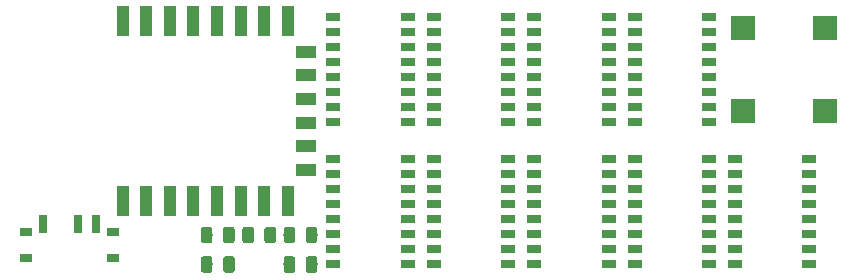
<source format=gbr>
G04 #@! TF.GenerationSoftware,KiCad,Pcbnew,(5.1.0-0)*
G04 #@! TF.CreationDate,2020-08-21T20:36:15-04:00*
G04 #@! TF.ProjectId,Rick Flash,5269636b-2046-46c6-9173-682e6b696361,1.1*
G04 #@! TF.SameCoordinates,Original*
G04 #@! TF.FileFunction,Paste,Top*
G04 #@! TF.FilePolarity,Positive*
%FSLAX46Y46*%
G04 Gerber Fmt 4.6, Leading zero omitted, Abs format (unit mm)*
G04 Created by KiCad (PCBNEW (5.1.0-0)) date 2020-08-21 20:36:15*
%MOMM*%
%LPD*%
G04 APERTURE LIST*
%ADD10C,0.100000*%
%ADD11C,0.975000*%
%ADD12R,1.300000X0.800000*%
%ADD13R,1.000000X2.500000*%
%ADD14R,1.800000X1.000000*%
%ADD15R,1.000000X0.800000*%
%ADD16R,0.700000X1.500000*%
%ADD17R,2.000000X2.000000*%
G04 APERTURE END LIST*
D10*
G36*
X138767142Y-106801174D02*
G01*
X138790803Y-106804684D01*
X138814007Y-106810496D01*
X138836529Y-106818554D01*
X138858153Y-106828782D01*
X138878670Y-106841079D01*
X138897883Y-106855329D01*
X138915607Y-106871393D01*
X138931671Y-106889117D01*
X138945921Y-106908330D01*
X138958218Y-106928847D01*
X138968446Y-106950471D01*
X138976504Y-106972993D01*
X138982316Y-106996197D01*
X138985826Y-107019858D01*
X138987000Y-107043750D01*
X138987000Y-107956250D01*
X138985826Y-107980142D01*
X138982316Y-108003803D01*
X138976504Y-108027007D01*
X138968446Y-108049529D01*
X138958218Y-108071153D01*
X138945921Y-108091670D01*
X138931671Y-108110883D01*
X138915607Y-108128607D01*
X138897883Y-108144671D01*
X138878670Y-108158921D01*
X138858153Y-108171218D01*
X138836529Y-108181446D01*
X138814007Y-108189504D01*
X138790803Y-108195316D01*
X138767142Y-108198826D01*
X138743250Y-108200000D01*
X138255750Y-108200000D01*
X138231858Y-108198826D01*
X138208197Y-108195316D01*
X138184993Y-108189504D01*
X138162471Y-108181446D01*
X138140847Y-108171218D01*
X138120330Y-108158921D01*
X138101117Y-108144671D01*
X138083393Y-108128607D01*
X138067329Y-108110883D01*
X138053079Y-108091670D01*
X138040782Y-108071153D01*
X138030554Y-108049529D01*
X138022496Y-108027007D01*
X138016684Y-108003803D01*
X138013174Y-107980142D01*
X138012000Y-107956250D01*
X138012000Y-107043750D01*
X138013174Y-107019858D01*
X138016684Y-106996197D01*
X138022496Y-106972993D01*
X138030554Y-106950471D01*
X138040782Y-106928847D01*
X138053079Y-106908330D01*
X138067329Y-106889117D01*
X138083393Y-106871393D01*
X138101117Y-106855329D01*
X138120330Y-106841079D01*
X138140847Y-106828782D01*
X138162471Y-106818554D01*
X138184993Y-106810496D01*
X138208197Y-106804684D01*
X138231858Y-106801174D01*
X138255750Y-106800000D01*
X138743250Y-106800000D01*
X138767142Y-106801174D01*
X138767142Y-106801174D01*
G37*
D11*
X138499500Y-107500000D03*
D10*
G36*
X136892142Y-106801174D02*
G01*
X136915803Y-106804684D01*
X136939007Y-106810496D01*
X136961529Y-106818554D01*
X136983153Y-106828782D01*
X137003670Y-106841079D01*
X137022883Y-106855329D01*
X137040607Y-106871393D01*
X137056671Y-106889117D01*
X137070921Y-106908330D01*
X137083218Y-106928847D01*
X137093446Y-106950471D01*
X137101504Y-106972993D01*
X137107316Y-106996197D01*
X137110826Y-107019858D01*
X137112000Y-107043750D01*
X137112000Y-107956250D01*
X137110826Y-107980142D01*
X137107316Y-108003803D01*
X137101504Y-108027007D01*
X137093446Y-108049529D01*
X137083218Y-108071153D01*
X137070921Y-108091670D01*
X137056671Y-108110883D01*
X137040607Y-108128607D01*
X137022883Y-108144671D01*
X137003670Y-108158921D01*
X136983153Y-108171218D01*
X136961529Y-108181446D01*
X136939007Y-108189504D01*
X136915803Y-108195316D01*
X136892142Y-108198826D01*
X136868250Y-108200000D01*
X136380750Y-108200000D01*
X136356858Y-108198826D01*
X136333197Y-108195316D01*
X136309993Y-108189504D01*
X136287471Y-108181446D01*
X136265847Y-108171218D01*
X136245330Y-108158921D01*
X136226117Y-108144671D01*
X136208393Y-108128607D01*
X136192329Y-108110883D01*
X136178079Y-108091670D01*
X136165782Y-108071153D01*
X136155554Y-108049529D01*
X136147496Y-108027007D01*
X136141684Y-108003803D01*
X136138174Y-107980142D01*
X136137000Y-107956250D01*
X136137000Y-107043750D01*
X136138174Y-107019858D01*
X136141684Y-106996197D01*
X136147496Y-106972993D01*
X136155554Y-106950471D01*
X136165782Y-106928847D01*
X136178079Y-106908330D01*
X136192329Y-106889117D01*
X136208393Y-106871393D01*
X136226117Y-106855329D01*
X136245330Y-106841079D01*
X136265847Y-106828782D01*
X136287471Y-106818554D01*
X136309993Y-106810496D01*
X136333197Y-106804684D01*
X136356858Y-106801174D01*
X136380750Y-106800000D01*
X136868250Y-106800000D01*
X136892142Y-106801174D01*
X136892142Y-106801174D01*
G37*
D11*
X136624500Y-107500000D03*
D10*
G36*
X145767142Y-104301174D02*
G01*
X145790803Y-104304684D01*
X145814007Y-104310496D01*
X145836529Y-104318554D01*
X145858153Y-104328782D01*
X145878670Y-104341079D01*
X145897883Y-104355329D01*
X145915607Y-104371393D01*
X145931671Y-104389117D01*
X145945921Y-104408330D01*
X145958218Y-104428847D01*
X145968446Y-104450471D01*
X145976504Y-104472993D01*
X145982316Y-104496197D01*
X145985826Y-104519858D01*
X145987000Y-104543750D01*
X145987000Y-105456250D01*
X145985826Y-105480142D01*
X145982316Y-105503803D01*
X145976504Y-105527007D01*
X145968446Y-105549529D01*
X145958218Y-105571153D01*
X145945921Y-105591670D01*
X145931671Y-105610883D01*
X145915607Y-105628607D01*
X145897883Y-105644671D01*
X145878670Y-105658921D01*
X145858153Y-105671218D01*
X145836529Y-105681446D01*
X145814007Y-105689504D01*
X145790803Y-105695316D01*
X145767142Y-105698826D01*
X145743250Y-105700000D01*
X145255750Y-105700000D01*
X145231858Y-105698826D01*
X145208197Y-105695316D01*
X145184993Y-105689504D01*
X145162471Y-105681446D01*
X145140847Y-105671218D01*
X145120330Y-105658921D01*
X145101117Y-105644671D01*
X145083393Y-105628607D01*
X145067329Y-105610883D01*
X145053079Y-105591670D01*
X145040782Y-105571153D01*
X145030554Y-105549529D01*
X145022496Y-105527007D01*
X145016684Y-105503803D01*
X145013174Y-105480142D01*
X145012000Y-105456250D01*
X145012000Y-104543750D01*
X145013174Y-104519858D01*
X145016684Y-104496197D01*
X145022496Y-104472993D01*
X145030554Y-104450471D01*
X145040782Y-104428847D01*
X145053079Y-104408330D01*
X145067329Y-104389117D01*
X145083393Y-104371393D01*
X145101117Y-104355329D01*
X145120330Y-104341079D01*
X145140847Y-104328782D01*
X145162471Y-104318554D01*
X145184993Y-104310496D01*
X145208197Y-104304684D01*
X145231858Y-104301174D01*
X145255750Y-104300000D01*
X145743250Y-104300000D01*
X145767142Y-104301174D01*
X145767142Y-104301174D01*
G37*
D11*
X145499500Y-105000000D03*
D10*
G36*
X143892142Y-104301174D02*
G01*
X143915803Y-104304684D01*
X143939007Y-104310496D01*
X143961529Y-104318554D01*
X143983153Y-104328782D01*
X144003670Y-104341079D01*
X144022883Y-104355329D01*
X144040607Y-104371393D01*
X144056671Y-104389117D01*
X144070921Y-104408330D01*
X144083218Y-104428847D01*
X144093446Y-104450471D01*
X144101504Y-104472993D01*
X144107316Y-104496197D01*
X144110826Y-104519858D01*
X144112000Y-104543750D01*
X144112000Y-105456250D01*
X144110826Y-105480142D01*
X144107316Y-105503803D01*
X144101504Y-105527007D01*
X144093446Y-105549529D01*
X144083218Y-105571153D01*
X144070921Y-105591670D01*
X144056671Y-105610883D01*
X144040607Y-105628607D01*
X144022883Y-105644671D01*
X144003670Y-105658921D01*
X143983153Y-105671218D01*
X143961529Y-105681446D01*
X143939007Y-105689504D01*
X143915803Y-105695316D01*
X143892142Y-105698826D01*
X143868250Y-105700000D01*
X143380750Y-105700000D01*
X143356858Y-105698826D01*
X143333197Y-105695316D01*
X143309993Y-105689504D01*
X143287471Y-105681446D01*
X143265847Y-105671218D01*
X143245330Y-105658921D01*
X143226117Y-105644671D01*
X143208393Y-105628607D01*
X143192329Y-105610883D01*
X143178079Y-105591670D01*
X143165782Y-105571153D01*
X143155554Y-105549529D01*
X143147496Y-105527007D01*
X143141684Y-105503803D01*
X143138174Y-105480142D01*
X143137000Y-105456250D01*
X143137000Y-104543750D01*
X143138174Y-104519858D01*
X143141684Y-104496197D01*
X143147496Y-104472993D01*
X143155554Y-104450471D01*
X143165782Y-104428847D01*
X143178079Y-104408330D01*
X143192329Y-104389117D01*
X143208393Y-104371393D01*
X143226117Y-104355329D01*
X143245330Y-104341079D01*
X143265847Y-104328782D01*
X143287471Y-104318554D01*
X143309993Y-104310496D01*
X143333197Y-104304684D01*
X143356858Y-104301174D01*
X143380750Y-104300000D01*
X143868250Y-104300000D01*
X143892142Y-104301174D01*
X143892142Y-104301174D01*
G37*
D11*
X143624500Y-105000000D03*
D10*
G36*
X142267142Y-104301174D02*
G01*
X142290803Y-104304684D01*
X142314007Y-104310496D01*
X142336529Y-104318554D01*
X142358153Y-104328782D01*
X142378670Y-104341079D01*
X142397883Y-104355329D01*
X142415607Y-104371393D01*
X142431671Y-104389117D01*
X142445921Y-104408330D01*
X142458218Y-104428847D01*
X142468446Y-104450471D01*
X142476504Y-104472993D01*
X142482316Y-104496197D01*
X142485826Y-104519858D01*
X142487000Y-104543750D01*
X142487000Y-105456250D01*
X142485826Y-105480142D01*
X142482316Y-105503803D01*
X142476504Y-105527007D01*
X142468446Y-105549529D01*
X142458218Y-105571153D01*
X142445921Y-105591670D01*
X142431671Y-105610883D01*
X142415607Y-105628607D01*
X142397883Y-105644671D01*
X142378670Y-105658921D01*
X142358153Y-105671218D01*
X142336529Y-105681446D01*
X142314007Y-105689504D01*
X142290803Y-105695316D01*
X142267142Y-105698826D01*
X142243250Y-105700000D01*
X141755750Y-105700000D01*
X141731858Y-105698826D01*
X141708197Y-105695316D01*
X141684993Y-105689504D01*
X141662471Y-105681446D01*
X141640847Y-105671218D01*
X141620330Y-105658921D01*
X141601117Y-105644671D01*
X141583393Y-105628607D01*
X141567329Y-105610883D01*
X141553079Y-105591670D01*
X141540782Y-105571153D01*
X141530554Y-105549529D01*
X141522496Y-105527007D01*
X141516684Y-105503803D01*
X141513174Y-105480142D01*
X141512000Y-105456250D01*
X141512000Y-104543750D01*
X141513174Y-104519858D01*
X141516684Y-104496197D01*
X141522496Y-104472993D01*
X141530554Y-104450471D01*
X141540782Y-104428847D01*
X141553079Y-104408330D01*
X141567329Y-104389117D01*
X141583393Y-104371393D01*
X141601117Y-104355329D01*
X141620330Y-104341079D01*
X141640847Y-104328782D01*
X141662471Y-104318554D01*
X141684993Y-104310496D01*
X141708197Y-104304684D01*
X141731858Y-104301174D01*
X141755750Y-104300000D01*
X142243250Y-104300000D01*
X142267142Y-104301174D01*
X142267142Y-104301174D01*
G37*
D11*
X141999500Y-105000000D03*
D10*
G36*
X140392142Y-104301174D02*
G01*
X140415803Y-104304684D01*
X140439007Y-104310496D01*
X140461529Y-104318554D01*
X140483153Y-104328782D01*
X140503670Y-104341079D01*
X140522883Y-104355329D01*
X140540607Y-104371393D01*
X140556671Y-104389117D01*
X140570921Y-104408330D01*
X140583218Y-104428847D01*
X140593446Y-104450471D01*
X140601504Y-104472993D01*
X140607316Y-104496197D01*
X140610826Y-104519858D01*
X140612000Y-104543750D01*
X140612000Y-105456250D01*
X140610826Y-105480142D01*
X140607316Y-105503803D01*
X140601504Y-105527007D01*
X140593446Y-105549529D01*
X140583218Y-105571153D01*
X140570921Y-105591670D01*
X140556671Y-105610883D01*
X140540607Y-105628607D01*
X140522883Y-105644671D01*
X140503670Y-105658921D01*
X140483153Y-105671218D01*
X140461529Y-105681446D01*
X140439007Y-105689504D01*
X140415803Y-105695316D01*
X140392142Y-105698826D01*
X140368250Y-105700000D01*
X139880750Y-105700000D01*
X139856858Y-105698826D01*
X139833197Y-105695316D01*
X139809993Y-105689504D01*
X139787471Y-105681446D01*
X139765847Y-105671218D01*
X139745330Y-105658921D01*
X139726117Y-105644671D01*
X139708393Y-105628607D01*
X139692329Y-105610883D01*
X139678079Y-105591670D01*
X139665782Y-105571153D01*
X139655554Y-105549529D01*
X139647496Y-105527007D01*
X139641684Y-105503803D01*
X139638174Y-105480142D01*
X139637000Y-105456250D01*
X139637000Y-104543750D01*
X139638174Y-104519858D01*
X139641684Y-104496197D01*
X139647496Y-104472993D01*
X139655554Y-104450471D01*
X139665782Y-104428847D01*
X139678079Y-104408330D01*
X139692329Y-104389117D01*
X139708393Y-104371393D01*
X139726117Y-104355329D01*
X139745330Y-104341079D01*
X139765847Y-104328782D01*
X139787471Y-104318554D01*
X139809993Y-104310496D01*
X139833197Y-104304684D01*
X139856858Y-104301174D01*
X139880750Y-104300000D01*
X140368250Y-104300000D01*
X140392142Y-104301174D01*
X140392142Y-104301174D01*
G37*
D11*
X140124500Y-105000000D03*
D10*
G36*
X138767142Y-104301174D02*
G01*
X138790803Y-104304684D01*
X138814007Y-104310496D01*
X138836529Y-104318554D01*
X138858153Y-104328782D01*
X138878670Y-104341079D01*
X138897883Y-104355329D01*
X138915607Y-104371393D01*
X138931671Y-104389117D01*
X138945921Y-104408330D01*
X138958218Y-104428847D01*
X138968446Y-104450471D01*
X138976504Y-104472993D01*
X138982316Y-104496197D01*
X138985826Y-104519858D01*
X138987000Y-104543750D01*
X138987000Y-105456250D01*
X138985826Y-105480142D01*
X138982316Y-105503803D01*
X138976504Y-105527007D01*
X138968446Y-105549529D01*
X138958218Y-105571153D01*
X138945921Y-105591670D01*
X138931671Y-105610883D01*
X138915607Y-105628607D01*
X138897883Y-105644671D01*
X138878670Y-105658921D01*
X138858153Y-105671218D01*
X138836529Y-105681446D01*
X138814007Y-105689504D01*
X138790803Y-105695316D01*
X138767142Y-105698826D01*
X138743250Y-105700000D01*
X138255750Y-105700000D01*
X138231858Y-105698826D01*
X138208197Y-105695316D01*
X138184993Y-105689504D01*
X138162471Y-105681446D01*
X138140847Y-105671218D01*
X138120330Y-105658921D01*
X138101117Y-105644671D01*
X138083393Y-105628607D01*
X138067329Y-105610883D01*
X138053079Y-105591670D01*
X138040782Y-105571153D01*
X138030554Y-105549529D01*
X138022496Y-105527007D01*
X138016684Y-105503803D01*
X138013174Y-105480142D01*
X138012000Y-105456250D01*
X138012000Y-104543750D01*
X138013174Y-104519858D01*
X138016684Y-104496197D01*
X138022496Y-104472993D01*
X138030554Y-104450471D01*
X138040782Y-104428847D01*
X138053079Y-104408330D01*
X138067329Y-104389117D01*
X138083393Y-104371393D01*
X138101117Y-104355329D01*
X138120330Y-104341079D01*
X138140847Y-104328782D01*
X138162471Y-104318554D01*
X138184993Y-104310496D01*
X138208197Y-104304684D01*
X138231858Y-104301174D01*
X138255750Y-104300000D01*
X138743250Y-104300000D01*
X138767142Y-104301174D01*
X138767142Y-104301174D01*
G37*
D11*
X138499500Y-105000000D03*
D10*
G36*
X136892142Y-104301174D02*
G01*
X136915803Y-104304684D01*
X136939007Y-104310496D01*
X136961529Y-104318554D01*
X136983153Y-104328782D01*
X137003670Y-104341079D01*
X137022883Y-104355329D01*
X137040607Y-104371393D01*
X137056671Y-104389117D01*
X137070921Y-104408330D01*
X137083218Y-104428847D01*
X137093446Y-104450471D01*
X137101504Y-104472993D01*
X137107316Y-104496197D01*
X137110826Y-104519858D01*
X137112000Y-104543750D01*
X137112000Y-105456250D01*
X137110826Y-105480142D01*
X137107316Y-105503803D01*
X137101504Y-105527007D01*
X137093446Y-105549529D01*
X137083218Y-105571153D01*
X137070921Y-105591670D01*
X137056671Y-105610883D01*
X137040607Y-105628607D01*
X137022883Y-105644671D01*
X137003670Y-105658921D01*
X136983153Y-105671218D01*
X136961529Y-105681446D01*
X136939007Y-105689504D01*
X136915803Y-105695316D01*
X136892142Y-105698826D01*
X136868250Y-105700000D01*
X136380750Y-105700000D01*
X136356858Y-105698826D01*
X136333197Y-105695316D01*
X136309993Y-105689504D01*
X136287471Y-105681446D01*
X136265847Y-105671218D01*
X136245330Y-105658921D01*
X136226117Y-105644671D01*
X136208393Y-105628607D01*
X136192329Y-105610883D01*
X136178079Y-105591670D01*
X136165782Y-105571153D01*
X136155554Y-105549529D01*
X136147496Y-105527007D01*
X136141684Y-105503803D01*
X136138174Y-105480142D01*
X136137000Y-105456250D01*
X136137000Y-104543750D01*
X136138174Y-104519858D01*
X136141684Y-104496197D01*
X136147496Y-104472993D01*
X136155554Y-104450471D01*
X136165782Y-104428847D01*
X136178079Y-104408330D01*
X136192329Y-104389117D01*
X136208393Y-104371393D01*
X136226117Y-104355329D01*
X136245330Y-104341079D01*
X136265847Y-104328782D01*
X136287471Y-104318554D01*
X136309993Y-104310496D01*
X136333197Y-104304684D01*
X136356858Y-104301174D01*
X136380750Y-104300000D01*
X136868250Y-104300000D01*
X136892142Y-104301174D01*
X136892142Y-104301174D01*
G37*
D11*
X136624500Y-105000000D03*
D10*
G36*
X143892142Y-106801174D02*
G01*
X143915803Y-106804684D01*
X143939007Y-106810496D01*
X143961529Y-106818554D01*
X143983153Y-106828782D01*
X144003670Y-106841079D01*
X144022883Y-106855329D01*
X144040607Y-106871393D01*
X144056671Y-106889117D01*
X144070921Y-106908330D01*
X144083218Y-106928847D01*
X144093446Y-106950471D01*
X144101504Y-106972993D01*
X144107316Y-106996197D01*
X144110826Y-107019858D01*
X144112000Y-107043750D01*
X144112000Y-107956250D01*
X144110826Y-107980142D01*
X144107316Y-108003803D01*
X144101504Y-108027007D01*
X144093446Y-108049529D01*
X144083218Y-108071153D01*
X144070921Y-108091670D01*
X144056671Y-108110883D01*
X144040607Y-108128607D01*
X144022883Y-108144671D01*
X144003670Y-108158921D01*
X143983153Y-108171218D01*
X143961529Y-108181446D01*
X143939007Y-108189504D01*
X143915803Y-108195316D01*
X143892142Y-108198826D01*
X143868250Y-108200000D01*
X143380750Y-108200000D01*
X143356858Y-108198826D01*
X143333197Y-108195316D01*
X143309993Y-108189504D01*
X143287471Y-108181446D01*
X143265847Y-108171218D01*
X143245330Y-108158921D01*
X143226117Y-108144671D01*
X143208393Y-108128607D01*
X143192329Y-108110883D01*
X143178079Y-108091670D01*
X143165782Y-108071153D01*
X143155554Y-108049529D01*
X143147496Y-108027007D01*
X143141684Y-108003803D01*
X143138174Y-107980142D01*
X143137000Y-107956250D01*
X143137000Y-107043750D01*
X143138174Y-107019858D01*
X143141684Y-106996197D01*
X143147496Y-106972993D01*
X143155554Y-106950471D01*
X143165782Y-106928847D01*
X143178079Y-106908330D01*
X143192329Y-106889117D01*
X143208393Y-106871393D01*
X143226117Y-106855329D01*
X143245330Y-106841079D01*
X143265847Y-106828782D01*
X143287471Y-106818554D01*
X143309993Y-106810496D01*
X143333197Y-106804684D01*
X143356858Y-106801174D01*
X143380750Y-106800000D01*
X143868250Y-106800000D01*
X143892142Y-106801174D01*
X143892142Y-106801174D01*
G37*
D11*
X143624500Y-107500000D03*
D10*
G36*
X145767142Y-106801174D02*
G01*
X145790803Y-106804684D01*
X145814007Y-106810496D01*
X145836529Y-106818554D01*
X145858153Y-106828782D01*
X145878670Y-106841079D01*
X145897883Y-106855329D01*
X145915607Y-106871393D01*
X145931671Y-106889117D01*
X145945921Y-106908330D01*
X145958218Y-106928847D01*
X145968446Y-106950471D01*
X145976504Y-106972993D01*
X145982316Y-106996197D01*
X145985826Y-107019858D01*
X145987000Y-107043750D01*
X145987000Y-107956250D01*
X145985826Y-107980142D01*
X145982316Y-108003803D01*
X145976504Y-108027007D01*
X145968446Y-108049529D01*
X145958218Y-108071153D01*
X145945921Y-108091670D01*
X145931671Y-108110883D01*
X145915607Y-108128607D01*
X145897883Y-108144671D01*
X145878670Y-108158921D01*
X145858153Y-108171218D01*
X145836529Y-108181446D01*
X145814007Y-108189504D01*
X145790803Y-108195316D01*
X145767142Y-108198826D01*
X145743250Y-108200000D01*
X145255750Y-108200000D01*
X145231858Y-108198826D01*
X145208197Y-108195316D01*
X145184993Y-108189504D01*
X145162471Y-108181446D01*
X145140847Y-108171218D01*
X145120330Y-108158921D01*
X145101117Y-108144671D01*
X145083393Y-108128607D01*
X145067329Y-108110883D01*
X145053079Y-108091670D01*
X145040782Y-108071153D01*
X145030554Y-108049529D01*
X145022496Y-108027007D01*
X145016684Y-108003803D01*
X145013174Y-107980142D01*
X145012000Y-107956250D01*
X145012000Y-107043750D01*
X145013174Y-107019858D01*
X145016684Y-106996197D01*
X145022496Y-106972993D01*
X145030554Y-106950471D01*
X145040782Y-106928847D01*
X145053079Y-106908330D01*
X145067329Y-106889117D01*
X145083393Y-106871393D01*
X145101117Y-106855329D01*
X145120330Y-106841079D01*
X145140847Y-106828782D01*
X145162471Y-106818554D01*
X145184993Y-106810496D01*
X145208197Y-106804684D01*
X145231858Y-106801174D01*
X145255750Y-106800000D01*
X145743250Y-106800000D01*
X145767142Y-106801174D01*
X145767142Y-106801174D01*
G37*
D11*
X145499500Y-107500000D03*
D12*
X170650000Y-86550000D03*
X170650000Y-87830000D03*
X170650000Y-89090000D03*
X170650000Y-90360000D03*
X170650000Y-91640000D03*
X170650000Y-92910000D03*
X170650000Y-94170000D03*
X170650000Y-95450000D03*
X164350000Y-95450000D03*
X164350000Y-94170000D03*
X164350000Y-92910000D03*
X164350000Y-91640000D03*
X164350000Y-90360000D03*
X164350000Y-89090000D03*
X164350000Y-87830000D03*
X164350000Y-86550000D03*
D13*
X129500000Y-86900000D03*
X131500000Y-86900000D03*
X133500000Y-86900000D03*
X135500000Y-86900000D03*
X137500000Y-86900000D03*
X139500000Y-86900000D03*
X141500000Y-86900000D03*
X143500000Y-86900000D03*
D14*
X145000000Y-89500000D03*
X145000000Y-91500000D03*
X145000000Y-93500000D03*
X145000000Y-95500000D03*
X145000000Y-97500000D03*
X145000000Y-99500000D03*
D13*
X143500000Y-102100000D03*
X141500000Y-102100000D03*
X139500000Y-102100000D03*
X137500000Y-102100000D03*
X135500000Y-102100000D03*
X133500000Y-102100000D03*
X131500000Y-102100000D03*
X129500000Y-102100000D03*
D12*
X187650000Y-98550000D03*
X187650000Y-99830000D03*
X187650000Y-101090000D03*
X187650000Y-102360000D03*
X187650000Y-103640000D03*
X187650000Y-104910000D03*
X187650000Y-106170000D03*
X187650000Y-107450000D03*
X181350000Y-107450000D03*
X181350000Y-106170000D03*
X181350000Y-104910000D03*
X181350000Y-103640000D03*
X181350000Y-102360000D03*
X181350000Y-101090000D03*
X181350000Y-99830000D03*
X181350000Y-98550000D03*
X179150000Y-98550000D03*
X179150000Y-99830000D03*
X179150000Y-101090000D03*
X179150000Y-102360000D03*
X179150000Y-103640000D03*
X179150000Y-104910000D03*
X179150000Y-106170000D03*
X179150000Y-107450000D03*
X172850000Y-107450000D03*
X172850000Y-106170000D03*
X172850000Y-104910000D03*
X172850000Y-103640000D03*
X172850000Y-102360000D03*
X172850000Y-101090000D03*
X172850000Y-99830000D03*
X172850000Y-98550000D03*
X170650000Y-98550000D03*
X170650000Y-99830000D03*
X170650000Y-101090000D03*
X170650000Y-102360000D03*
X170650000Y-103640000D03*
X170650000Y-104910000D03*
X170650000Y-106170000D03*
X170650000Y-107450000D03*
X164350000Y-107450000D03*
X164350000Y-106170000D03*
X164350000Y-104910000D03*
X164350000Y-103640000D03*
X164350000Y-102360000D03*
X164350000Y-101090000D03*
X164350000Y-99830000D03*
X164350000Y-98550000D03*
X162150000Y-98550000D03*
X162150000Y-99830000D03*
X162150000Y-101090000D03*
X162150000Y-102360000D03*
X162150000Y-103640000D03*
X162150000Y-104910000D03*
X162150000Y-106170000D03*
X162150000Y-107450000D03*
X155850000Y-107450000D03*
X155850000Y-106170000D03*
X155850000Y-104910000D03*
X155850000Y-103640000D03*
X155850000Y-102360000D03*
X155850000Y-101090000D03*
X155850000Y-99830000D03*
X155850000Y-98550000D03*
X153650000Y-98550000D03*
X153650000Y-99830000D03*
X153650000Y-101090000D03*
X153650000Y-102360000D03*
X153650000Y-103640000D03*
X153650000Y-104910000D03*
X153650000Y-106170000D03*
X153650000Y-107450000D03*
X147350000Y-107450000D03*
X147350000Y-106170000D03*
X147350000Y-104910000D03*
X147350000Y-103640000D03*
X147350000Y-102360000D03*
X147350000Y-101090000D03*
X147350000Y-99830000D03*
X147350000Y-98550000D03*
X179150000Y-86550000D03*
X179150000Y-87830000D03*
X179150000Y-89090000D03*
X179150000Y-90360000D03*
X179150000Y-91640000D03*
X179150000Y-92910000D03*
X179150000Y-94170000D03*
X179150000Y-95450000D03*
X172850000Y-95450000D03*
X172850000Y-94170000D03*
X172850000Y-92910000D03*
X172850000Y-91640000D03*
X172850000Y-90360000D03*
X172850000Y-89090000D03*
X172850000Y-87830000D03*
X172850000Y-86550000D03*
X162150000Y-86550000D03*
X162150000Y-87830000D03*
X162150000Y-89090000D03*
X162150000Y-90360000D03*
X162150000Y-91640000D03*
X162150000Y-92910000D03*
X162150000Y-94170000D03*
X162150000Y-95450000D03*
X155850000Y-95450000D03*
X155850000Y-94170000D03*
X155850000Y-92910000D03*
X155850000Y-91640000D03*
X155850000Y-90360000D03*
X155850000Y-89090000D03*
X155850000Y-87830000D03*
X155850000Y-86550000D03*
X153650000Y-86550000D03*
X153650000Y-87830000D03*
X153650000Y-89090000D03*
X153650000Y-90360000D03*
X153650000Y-91640000D03*
X153650000Y-92910000D03*
X153650000Y-94170000D03*
X153650000Y-95450000D03*
X147350000Y-95450000D03*
X147350000Y-94170000D03*
X147350000Y-92910000D03*
X147350000Y-91640000D03*
X147350000Y-90360000D03*
X147350000Y-89090000D03*
X147350000Y-87830000D03*
X147350000Y-86550000D03*
D15*
X121350000Y-104720000D03*
X128650000Y-104720000D03*
X128650000Y-106930000D03*
X121350000Y-106930000D03*
D16*
X127250000Y-104070000D03*
X125750000Y-104070000D03*
X122750000Y-104070000D03*
D17*
X182000000Y-87500000D03*
X182000000Y-94500000D03*
X189000000Y-94500000D03*
X189000000Y-87500000D03*
M02*

</source>
